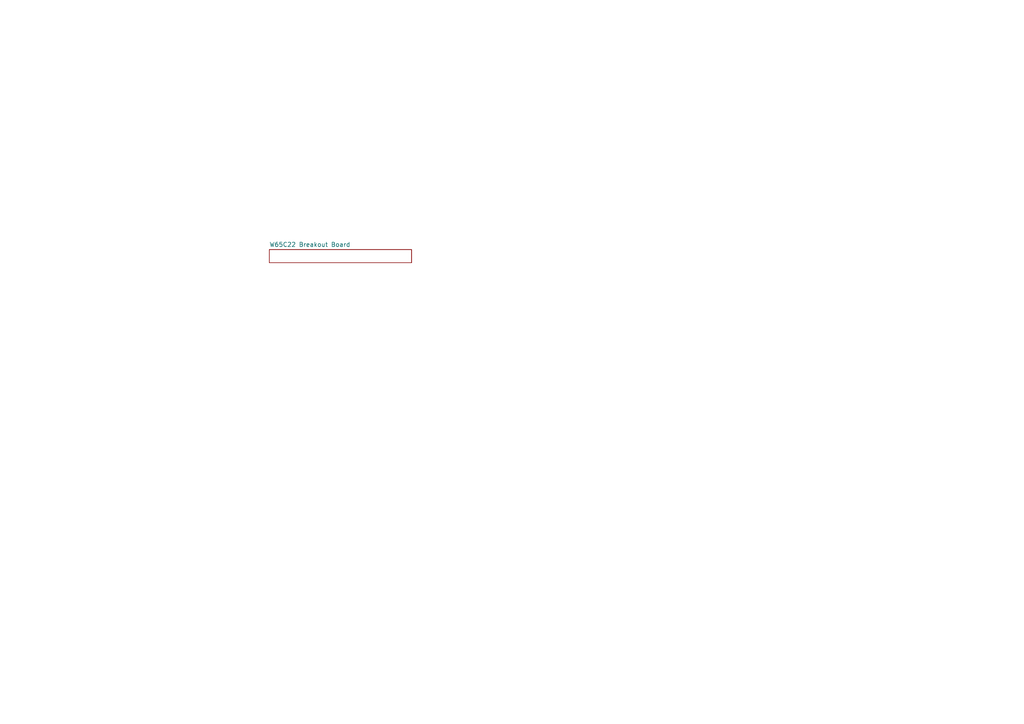
<source format=kicad_sch>
(kicad_sch (version 20230121) (generator eeschema)
  (paper "A4")
  (lib_symbols)
  (sheet (at 78.105 72.39) (size 41.275 3.81) (stroke (width 0.1524))
    (property "Sheetname" "W65C22 Breakout Board" (at 78.105 71.6784 0) (effects (justify left bottom)))
    (property "Sheetfile" "W65C22 Breakout Board.kicad_sch" (effects hide))
  )
)
</source>
